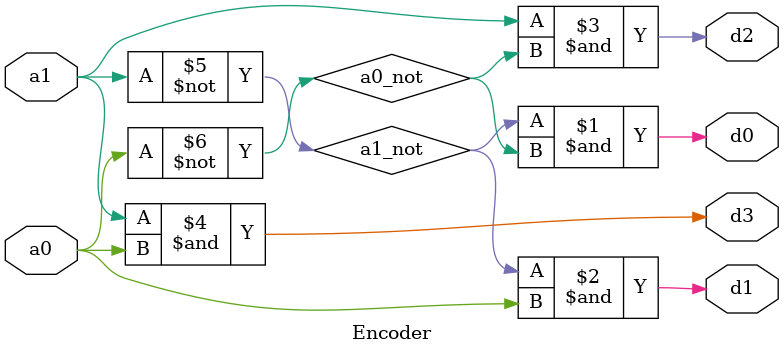
<source format=v>
`timescale 1ns / 1ps


module Encoder(a1,a0,d0,d1,d2,d3);
input a1,a0;
output d0,d1,d2,d3;
wire a1_not,a0_not;
not(a1_not,a1);
not(a0_not,a0);
and(d0,a1_not,a0_not);
and(d1,a1_not,a0);
and(d2,a1,a0_not);
and(d3,a1,a0);
endmodule

</source>
